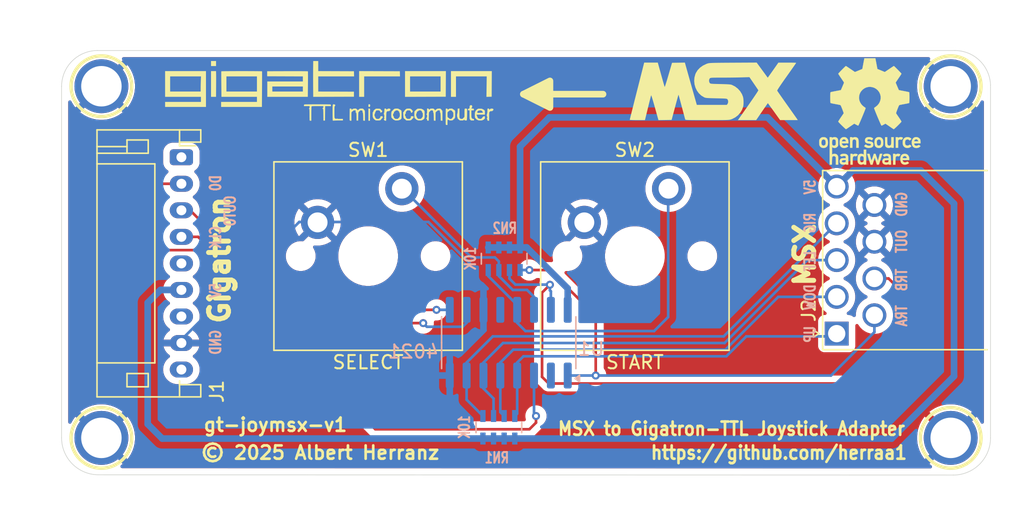
<source format=kicad_pcb>
(kicad_pcb (version 20241229) (generator "pcbnew") (generator_version "9.0")
  (title_block (title "gt-joymsx-v1") (date "2025-05-24") (rev "build1") (company "Albert Herranz"))
  (layers (0 "F.Cu" signal) (2 "B.Cu" signal) (13 "F.Paste" user) (15 "B.Paste" user) (5 "F.SilkS" user "F.Silkscreen") (7 "B.SilkS" user "B.Silkscreen") (1 "F.Mask" user) (3 "B.Mask" user) (25 "Edge.Cuts" user))
  (net 0 "")
  (net 1 "GND")
  (net 4 "SER_PULSE{slash}CLK")
  (net 5 "SER_LATCH{slash}OUT0")
  (net 7 "SER_DATA{slash}D0")
  (net 8 "+5V")
  (net 10 "RI")
  (net 11 "UP")
  (net 12 "TRGB")
  (net 13 "DO")
  (net 14 "LE")
  (net 15 "TRGA")
  (net 16 "SELECT")
  (net 17 "START")
  (footprint "PCM_Switch_Keyboard_Cherry_MX:SW_Cherry_MX_PCB_1.00u" (layer "F.Cu") (at 206.1 88.3)
    (property "Reference" "SW1" (at 0 -8 0) (layer "F.SilkS"))
    (property "Value" "SELECT" (at 0 8 0) (layer "F.SilkS"))
    (pad "" np_thru_hole circle (at -5.08 0) (size 1.75 1.75) (drill 1.75) (layers "*.Cu" "*.Mask"))
    (pad "" np_thru_hole circle (at 0 0) (size 4 4) (drill 4) (layers "*.Cu" "*.Mask"))
    (pad "" np_thru_hole circle (at 5.08 0) (size 1.75 1.75) (drill 1.75) (layers "*.Cu" "*.Mask"))
    (pad "1" thru_hole circle (at -3.81 -2.54) (size 2.5 2.5) (drill 1.5) (layers "*.Cu" "*.Mask") (net 1 "GND"))
    (pad "2" thru_hole circle (at 2.54 -5.08) (size 2.5 2.5) (drill 1.5) (layers "*.Cu" "*.Mask") (net 16 "SELECT"))
  )
  (footprint "PCM_Switch_Keyboard_Cherry_MX:SW_Cherry_MX_PCB_1.00u" (layer "F.Cu") (at 226.2 88.3)
    (property "Reference" "SW2" (at 0 -8 0) (layer "F.SilkS"))
    (property "Value" "START" (at 0 8 0) (layer "F.SilkS"))
    (pad "" np_thru_hole circle (at -5.08 0) (size 1.75 1.75) (drill 1.75) (layers "*.Cu" "*.Mask"))
    (pad "" np_thru_hole circle (at 0 0) (size 4 4) (drill 4) (layers "*.Cu" "*.Mask"))
    (pad "" np_thru_hole circle (at 5.08 0) (size 1.75 1.75) (drill 1.75) (layers "*.Cu" "*.Mask"))
    (pad "1" thru_hole circle (at -3.81 -2.54) (size 2.5 2.5) (drill 1.5) (layers "*.Cu" "*.Mask") (net 1 "GND"))
    (pad "2" thru_hole circle (at 2.54 -5.08) (size 2.5 2.5) (drill 1.5) (layers "*.Cu" "*.Mask") (net 17 "START"))
  )
  (footprint "My_Components:Hole_3mm" (layer "F.Cu") (at 250 75.5)
    (property "Reference" "HOLE3" (hide yes))
    (property "Value" "HOLE" (hide yes))
    (pad "1" thru_hole circle (at 0 0) (size 4.064 4.064) (drill 3.048) (layers "*.Cu" "*.Mask") (net 1 "GND"))
  )
  (footprint "My_Components:msx-logo" (layer "F.Cu") (at 232.1 75.9)
    (property "Reference" "G***" (hide yes))
    (property "Value" "LOGO" (hide yes))
  )
  (footprint "My_Components:Hole_3mm" (layer "F.Cu") (at 250 102)
    (property "Reference" "HOLE4" (hide yes))
    (property "Value" "HOLE" (hide yes))
    (pad "1" thru_hole circle (at 0 0) (size 4.064 4.064) (drill 3.048) (layers "*.Cu" "*.Mask") (net 1 "GND"))
  )
  (footprint "My_Components:gigatron-logo" (layer "F.Cu") (at 203.3 76.1)
    (property "Reference" "G***" (hide yes))
    (property "Value" "LOGO" (hide yes))
  )
  (footprint "My_Components:Sega-DE9_Male_Horizontal_P2.77x2.84mm_EdgePinOffset9.40mm" (layer "F.Cu") (at 241.41 94.143 90)
    (property "Reference" "J2" (at 1.743 -2.11 90) (layer "F.SilkS"))
    (property "Value" "MSX" (at 5.943 -2.41 90) (layer "F.SilkS") (effects (font (size 1.5 1.5) (thickness 0.375) (bold yes))))
    (pad "1" thru_hole rect (at 0 0 90) (size 1.8 1.8) (drill 1.3) (layers "*.Cu" "*.Mask") (net 11 "UP"))
    (pad "2" thru_hole circle (at 2.77 0 90) (size 1.8 1.8) (drill 1.3) (layers "*.Cu" "*.Mask") (net 13 "DO"))
    (pad "3" thru_hole circle (at 5.54 0 90) (size 1.8 1.8) (drill 1.3) (layers "*.Cu" "*.Mask") (net 14 "LE"))
    (pad "4" thru_hole circle (at 8.31 0 90) (size 1.8 1.8) (drill 1.3) (layers "*.Cu" "*.Mask") (net 10 "RI"))
    (pad "5" thru_hole circle (at 11.08 0 90) (size 1.8 1.8) (drill 1.3) (layers "*.Cu" "*.Mask") (net 8 "+5V"))
    (pad "6" thru_hole circle (at 1.385 2.84 90) (size 1.8 1.8) (drill 1.3) (layers "*.Cu" "*.Mask") (net 15 "TRGA"))
    (pad "7" thru_hole circle (at 4.155 2.84 90) (size 1.8 1.8) (drill 1.3) (layers "*.Cu" "*.Mask") (net 12 "TRGB"))
    (pad "8" thru_hole circle (at 6.925 2.84 90) (size 1.8 1.8) (drill 1.3) (layers "*.Cu" "*.Mask") (net 1 "GND"))
    (pad "9" thru_hole circle (at 9.695 2.84 90) (size 1.8 1.8) (drill 1.3) (layers "*.Cu" "*.Mask") (net 1 "GND"))
  )
  (footprint "Symbol:OSHW-Logo_7.5x8mm_SilkScreen" (layer "F.Cu") (at 243.9 77.4)
    (property "Reference" "SYM1" (hide yes))
    (property "Value" "Logo_Open_Hardware_Large" (hide yes))
  )
  (footprint "My_Components:Hole_3mm" (layer "F.Cu") (at 186 75.5)
    (property "Reference" "HOLE1" (hide yes))
    (property "Value" "HOLE" (hide yes))
    (pad "1" thru_hole circle (at 0 0) (size 4.064 4.064) (drill 3.048) (layers "*.Cu" "*.Mask") (net 1 "GND"))
  )
  (footprint "My_Components:Hole_3mm" (layer "F.Cu") (at 186 102)
    (property "Reference" "HOLE2" (hide yes))
    (property "Value" "HOLE" (hide yes))
    (pad "1" thru_hole circle (at 0 0) (size 4.064 4.064) (drill 3.048) (layers "*.Cu" "*.Mask") (net 1 "GND"))
  )
  (footprint "Connector_JST:JST_PH_S9B-PH-K_1x09_P2.00mm_Horizontal" (layer "F.Cu") (at 192.028 80.85 -90)
    (property "Reference" "J1" (at 17.65 -2.672 270) (layer "F.SilkS"))
    (property "Value" "Gigatron" (at 7.75 -2.872 270) (layer "F.SilkS") (effects (font (size 1.5 1.5) (thickness 0.375) (bold yes))))
    (pad "1" thru_hole roundrect (at 0 0 270) (size 1.2 1.75) (drill 0.75) (layers "*.Cu" "*.Mask") (roundrect_rratio 0.208333))
    (pad "2" thru_hole oval (at 2 0 270) (size 1.2 1.75) (drill 0.75) (layers "*.Cu" "*.Mask") (net 7 "SER_DATA{slash}D0"))
    (pad "3" thru_hole oval (at 4 0 270) (size 1.2 1.75) (drill 0.75) (layers "*.Cu" "*.Mask") (net 5 "SER_LATCH{slash}OUT0"))
    (pad "4" thru_hole oval (at 6 0 270) (size 1.2 1.75) (drill 0.75) (layers "*.Cu" "*.Mask") (net 4 "SER_PULSE{slash}CLK"))
    (pad "5" thru_hole oval (at 8 0 270) (size 1.2 1.75) (drill 0.75) (layers "*.Cu" "*.Mask"))
    (pad "6" thru_hole oval (at 10 0 270) (size 1.2 1.75) (drill 0.75) (layers "*.Cu" "*.Mask") (net 8 "+5V"))
    (pad "7" thru_hole oval (at 12 0 270) (size 1.2 1.75) (drill 0.75) (layers "*.Cu" "*.Mask"))
    (pad "8" thru_hole oval (at 14 0 270) (size 1.2 1.75) (drill 0.75) (layers "*.Cu" "*.Mask") (net 1 "GND"))
    (pad "9" thru_hole oval (at 16 0 270) (size 1.2 1.75) (drill 0.75) (layers "*.Cu" "*.Mask"))
  )
  (footprint "Package_SO:SOIC-16_3.9x9.9mm_P1.27mm" (layer "B.Cu") (at 216.695 94.825 90)
    (property "Reference" "U1" (at -0.475 6.205 0) (layer "B.SilkS") (effects (justify mirror)))
    (property "Value" "4021" (at -0.675 -7.195 0) (layer "B.SilkS") (effects (justify mirror)))
    (pad "1" smd roundrect (at -2.475 4.445 90) (size 1.95 0.6) (layers "B.Cu" "B.Mask" "B.Paste") (net 15 "TRGA"))
    (pad "2" smd roundrect (at -2.475 3.175 90) (size 1.95 0.6) (layers "B.Cu" "B.Mask" "B.Paste"))
    (pad "3" smd roundrect (at -2.475 1.905 90) (size 1.95 0.6) (layers "B.Cu" "B.Mask" "B.Paste") (net 7 "SER_DATA{slash}D0"))
    (pad "4" smd roundrect (at -2.475 0.635 90) (size 1.95 0.6) (layers "B.Cu" "B.Mask" "B.Paste") (net 11 "UP"))
    (pad "5" smd roundrect (at -2.475 -0.635 90) (size 1.95 0.6) (layers "B.Cu" "B.Mask" "B.Paste") (net 13 "DO"))
    (pad "6" smd roundrect (at -2.475 -1.905 90) (size 1.95 0.6) (layers "B.Cu" "B.Mask" "B.Paste") (net 14 "LE"))
    (pad "7" smd roundrect (at -2.475 -3.175 90) (size 1.95 0.6) (layers "B.Cu" "B.Mask" "B.Paste") (net 10 "RI"))
    (pad "8" smd roundrect (at -2.475 -4.445 90) (size 1.95 0.6) (layers "B.Cu" "B.Mask" "B.Paste") (net 1 "GND"))
    (pad "9" smd roundrect (at 2.475 -4.445 90) (size 1.95 0.6) (layers "B.Cu" "B.Mask" "B.Paste") (net 5 "SER_LATCH{slash}OUT0"))
    (pad "10" smd roundrect (at 2.475 -3.175 90) (size 1.95 0.6) (layers "B.Cu" "B.Mask" "B.Paste") (net 4 "SER_PULSE{slash}CLK"))
    (pad "11" smd roundrect (at 2.475 -1.905 90) (size 1.95 0.6) (layers "B.Cu" "B.Mask" "B.Paste") (net 1 "GND"))
    (pad "12" smd roundrect (at 2.475 -0.635 90) (size 1.95 0.6) (layers "B.Cu" "B.Mask" "B.Paste"))
    (pad "13" smd roundrect (at 2.475 0.635 90) (size 1.95 0.6) (layers "B.Cu" "B.Mask" "B.Paste") (net 17 "START"))
    (pad "14" smd roundrect (at 2.475 1.905 90) (size 1.95 0.6) (layers "B.Cu" "B.Mask" "B.Paste") (net 16 "SELECT"))
    (pad "15" smd roundrect (at 2.475 3.175 90) (size 1.95 0.6) (layers "B.Cu" "B.Mask" "B.Paste") (net 12 "TRGB"))
    (pad "16" smd roundrect (at 2.475 4.445 90) (size 1.95 0.6) (layers "B.Cu" "B.Mask" "B.Paste") (net 8 "+5V"))
  )
  (footprint "Resistor_SMD:R_Array_Concave_4x0603" (layer "B.Cu") (at 216.35 88.5 -90)
    (property "Reference" "RN2" (at -2.3 -0.05 0) (layer "B.SilkS") (effects (font (size 0.8 0.6)) (justify mirror)))
    (property "Value" "10K" (at 0 2.55 90) (layer "B.SilkS") (effects (font (size 0.8 0.6)) (justify mirror)))
    (pad "1" smd rect (at -0.85 1.2 270) (size 0.9 0.4) (layers "B.Cu" "B.Mask" "B.Paste") (net 8 "+5V"))
    (pad "2" smd rect (at -0.85 0.4 270) (size 0.9 0.4) (layers "B.Cu" "B.Mask" "B.Paste") (net 8 "+5V"))
    (pad "3" smd rect (at -0.85 -0.4 270) (size 0.9 0.4) (layers "B.Cu" "B.Mask" "B.Paste") (net 8 "+5V"))
    (pad "4" smd rect (at -0.85 -1.2 270) (size 0.9 0.4) (layers "B.Cu" "B.Mask" "B.Paste") (net 8 "+5V"))
    (pad "5" smd rect (at 0.85 -1.2 270) (size 0.9 0.4) (layers "B.Cu" "B.Mask" "B.Paste") (net 15 "TRGA"))
    (pad "6" smd rect (at 0.85 -0.4 270) (size 0.9 0.4) (layers "B.Cu" "B.Mask" "B.Paste") (net 12 "TRGB"))
    (pad "7" smd rect (at 0.85 0.4 270) (size 0.9 0.4) (layers "B.Cu" "B.Mask" "B.Paste") (net 16 "SELECT"))
    (pad "8" smd rect (at 0.85 1.2 270) (size 0.9 0.4) (layers "B.Cu" "B.Mask" "B.Paste") (net 17 "START"))
  )
  (footprint "Resistor_SMD:R_Array_Concave_4x0603" (layer "B.Cu") (at 215.95 101.2 90)
    (property "Reference" "RN1" (at -2.3 -0.15 0) (layer "B.SilkS") (effects (font (size 0.8 0.6)) (justify mirror)))
    (property "Value" "10K" (at 0 -2.6 90) (layer "B.SilkS") (effects (font (size 0.8 0.6)) (justify mirror)))
    (pad "1" smd rect (at -0.85 1.2 90) (size 0.9 0.4) (layers "B.Cu" "B.Mask" "B.Paste") (net 8 "+5V"))
    (pad "2" smd rect (at -0.85 0.4 90) (size 0.9 0.4) (layers "B.Cu" "B.Mask" "B.Paste") (net 8 "+5V"))
    (pad "3" smd rect (at -0.85 -0.4 90) (size 0.9 0.4) (layers "B.Cu" "B.Mask" "B.Paste") (net 8 "+5V"))
    (pad "4" smd rect (at -0.85 -1.2 90) (size 0.9 0.4) (layers "B.Cu" "B.Mask" "B.Paste") (net 8 "+5V"))
    (pad "5" smd rect (at 0.85 -1.2 90) (size 0.9 0.4) (layers "B.Cu" "B.Mask" "B.Paste") (net 10 "RI"))
    (pad "6" smd rect (at 0.85 -0.4 90) (size 0.9 0.4) (layers "B.Cu" "B.Mask" "B.Paste") (net 14 "LE"))
    (pad "7" smd rect (at 0.85 0.4 90) (size 0.9 0.4) (layers "B.Cu" "B.Mask" "B.Paste") (net 13 "DO"))
    (pad "8" smd rect (at 0.85 1.2 90) (size 0.9 0.4) (layers "B.Cu" "B.Mask" "B.Paste") (net 11 "UP"))
  )
  (gr_poly (pts (xy 217.8 76.1) (xy 219.8 75.1) (xy 219.8 77.1)) (stroke (width 0.5)) (fill yes) (layer "F.SilkS"))
  (gr_line (start 223.8 76.1) (end 217.8 76.1) (stroke (width 0.5)) (layer "F.SilkS"))
  (gr_line (start 250.2 104.8) (end 185.785172 104.779894) (stroke (width 0.05)) (layer "Edge.Cuts"))
  (gr_line (start 185.7092 72.809188) (end 250.310756 72.809275) (stroke (width 0.05)) (layer "Edge.Cuts"))
  (gr_arc (start 183.000012 75.509204) (mid 183.796755 73.59945) (end 185.7092 72.809188) (stroke (width 0.05)) (layer "Edge.Cuts"))
  (gr_arc (start 185.779899 104.779899) (mid 183.814214 103.965685) (end 183 102) (stroke (width 0.05)) (layer "Edge.Cuts"))
  (gr_line (start 183 102) (end 183 75.5) (stroke (width 0.05)) (layer "Edge.Cuts"))
  (gr_line (start 253 75.410353) (end 253 102) (stroke (width 0.05)) (layer "Edge.Cuts"))
  (gr_arc (start 250.310756 72.809897) (mid 252.18122 73.566329) (end 253 75.410353) (stroke (width 0.05)) (layer "Edge.Cuts"))
  (gr_arc (start 253 102) (mid 252.179899 103.979899) (end 250.2 104.8) (stroke (width 0.05)) (layer "Edge.Cuts"))
  (gr_text "${TITLE}" (at 193.6 101.6 0) (layer "F.SilkS") (effects (font (size 1 1) (thickness 0.2)) (justify left bottom)))
  (gr_text "MSX to Gigatron-TTL Joystick Adapter" (at 220.3 101.9 0) (layer "F.SilkS") (effects (font (size 1 0.9) (thickness 0.2) (bold yes)) (justify left bottom)))
  (gr_text "© 2025 Albert Herranz" (at 193.4 103.7 0) (layer "F.SilkS") (effects (font (size 1 1) (thickness 0.2)) (justify left bottom)))
  (gr_text "https://github.com/herraa1" (at 227.3 103.7 0) (layer "F.SilkS") (effects (font (size 1 0.9) (thickness 0.2) (bold yes)) (justify left bottom)))
  (gr_text "UP" (at 239.4 94.2 90) (layer "B.SilkS") (effects (font (size 0.8 0.6) (thickness 0.15) (bold yes)) (justify mirror)))
  (gr_text "TRB" (at 246.3 90.1 90) (layer "B.SilkS") (effects (font (size 0.8 0.6) (thickness 0.15) (bold yes)) (justify mirror)))
  (gr_text "RIG" (at 239.4 85.8 90) (layer "B.SilkS") (effects (font (size 0.8 0.6) (thickness 0.15) (bold yes)) (justify mirror)))
  (gr_text "TRA" (at 246.3 92.8 90) (layer "B.SilkS") (effects (font (size 0.8 0.6) (thickness 0.15) (bold yes)) (justify mirror)))
  (gr_text "D0" (at 194.6 82.8 90) (layer "B.SilkS") (effects (font (size 0.8 0.6) (thickness 0.15) (bold yes)) (justify mirror)))
  (gr_text "GND" (at 246.3 84.4 -270) (layer "B.SilkS") (effects (font (size 0.8 0.6) (thickness 0.15) (bold yes)) (justify mirror)))
  (gr_text "DOW" (at 239.4 91.4 90) (layer "B.SilkS") (effects (font (size 0.8 0.6) (thickness 0.15) (bold yes)) (justify mirror)))
  (gr_text "OUT0" (at 195.7 84.9 90) (layer "B.SilkS") (effects (font (size 0.8 0.6) (thickness 0.15) (bold yes)) (justify mirror)))
  (gr_text "5V" (at 194.6 90.9 90) (layer "B.SilkS") (effects (font (size 0.8 0.6) (thickness 0.15) (bold yes)) (justify mirror)))
  (gr_text "OUT" (at 246.3 87.2 90) (layer "B.SilkS") (effects (font (size 0.8 0.6) (thickness 0.15) (bold yes)) (justify mirror)))
  (gr_text "LEF" (at 239.4 88.7 90) (layer "B.SilkS") (effects (font (size 0.8 0.6) (thickness 0.15) (bold yes)) (justify mirror)))
  (gr_text "CLK" (at 194.6 86.9 90) (layer "B.SilkS") (effects (font (size 0.8 0.6) (thickness 0.15) (bold yes)) (justify mirror)))
  (gr_text "5V" (at 239.4 83.1 90) (layer "B.SilkS") (effects (font (size 0.8 0.6) (thickness 0.15) (bold yes)) (justify mirror)))
  (gr_text "GND" (at 194.6 94.8 -270) (layer "B.SilkS") (effects (font (size 0.8 0.6) (thickness 0.15) (bold yes)) (justify mirror)))
  (segment (start 214.79 90.89) (end 214.79 92.35) (width 0.2) (layer "B.Cu") (net 1))
  (segment (start 192.028 94.85) (end 192.028 94.608) (width 0.2) (layer "B.Cu") (net 1))
  (segment (start 213.959 90.059) (end 214.79 90.89) (width 0.2) (layer "B.Cu") (net 1))
  (segment (start 200.906 85.73) (end 202.32 85.73) (width 0.2) (layer "B.Cu") (net 1))
  (segment (start 213.75 88.8371) (end 213.75 89.35) (width 0.2) (layer "B.Cu") (net 1))
  (segment (start 202.32 85.73) (end 210.6429 85.73) (width 0.2) (layer "B.Cu") (net 1))
  (segment (start 192.028 94.608) (end 200.906 85.73) (width 0.2) (layer "B.Cu") (net 1))
  (segment (start 213.959 89.559) (end 213.959 90.059) (width 0.2) (layer "B.Cu") (net 1))
  (segment (start 213.75 89.35) (end 213.959 89.559) (width 0.2) (layer "B.Cu") (net 1))
  (segment (start 210.6429 85.73) (end 213.75 88.8371) (width 0.2) (layer "B.Cu") (net 1))
  (segment (start 192.028 86.85) (end 193.289787 86.85) (width 0.2) (layer "F.Cu") (net 4))
  (segment (start 193.289787 86.85) (end 199.789787 93.35) (width 0.2) (layer "F.Cu") (net 4))
  (segment (start 199.789787 93.35) (end 210.25 93.35) (width 0.2) (layer "F.Cu") (net 4))
  (via (at 210.25 93.35) (size 0.6) (drill 0.3) (layers "F.Cu" "B.Cu") (net 4))
  (segment (start 213.52 93.324999) (end 213.52 92.35) (width 0.2) (layer "B.Cu") (net 4))
  (segment (start 210.526 93.626) (end 213.218999 93.626) (width 0.2) (layer "B.Cu") (net 4))
  (segment (start 213.218999 93.626) (end 213.52 93.324999) (width 0.2) (layer "B.Cu") (net 4))
  (segment (start 210.25 93.35) (end 210.526 93.626) (width 0.2) (layer "B.Cu") (net 4))
  (segment (start 200.184 92.35) (end 211.25 92.35) (width 0.2) (layer "F.Cu") (net 5))
  (segment (start 192.684 84.85) (end 200.184 92.35) (width 0.2) (layer "F.Cu") (net 5))
  (segment (start 192.028 84.85) (end 192.684 84.85) (width 0.2) (layer "F.Cu") (net 5))
  (via (at 211.25 92.35) (size 0.6) (drill 0.3) (layers "F.Cu" "B.Cu") (net 5))
  (segment (start 211.25 92.35) (end 212.25 92.35) (width 0.2) (layer "B.Cu") (net 5))
  (segment (start 193.144 87.85) (end 190.604 87.85) (width 0.2) (layer "F.Cu") (net 7))
  (segment (start 218.25 101.35) (end 218.75 100.85) (width 0.2) (layer "F.Cu") (net 7))
  (segment (start 190.604 87.85) (end 189.742 86.988) (width 0.2) (layer "F.Cu") (net 7))
  (segment (start 193.144 87.85) (end 206.644 101.35) (width 0.2) (layer "F.Cu") (net 7))
  (segment (start 189.742 83.612) (end 189.742 86.988) (width 0.2) (layer "F.Cu") (net 7))
  (segment (start 206.644 101.35) (end 218.25 101.35) (width 0.2) (layer "F.Cu") (net 7))
  (segment (start 192.028 82.85) (end 190.504 82.85) (width 0.2) (layer "F.Cu") (net 7))
  (segment (start 218.75 100.85) (end 218.75 100.35) (width 0.2) (layer "F.Cu") (net 7))
  (segment (start 190.504 82.85) (end 189.742 83.612) (width 0.2) (layer "F.Cu") (net 7))
  (via (at 218.75 100.35) (size 0.6) (drill 0.3) (layers "F.Cu" "B.Cu") (net 7))
  (segment (start 218.6 97.3) (end 218.6 100.2) (width 0.2) (layer "B.Cu") (net 7))
  (segment (start 218.6 100.2) (end 218.75 100.35) (width 0.2) (layer "B.Cu") (net 7))
  (segment (start 250.25 97.35) (end 250.25 84.35) (width 0.5) (layer "B.Cu") (net 8))
  (segment (start 215.55 102.05) (end 216.35 102.05) (width 0.5) (layer "B.Cu") (net 8))
  (segment (start 217.55 87.65) (end 216.75 87.65) (width 0.5) (layer "B.Cu") (net 8))
  (segment (start 221.14 92.35) (end 221.14 90.74) (width 0.5) (layer "B.Cu") (net 8))
  (segment (start 242.623 81.85) (end 241.41 83.063) (width 0.5) (layer "B.Cu") (net 8))
  (segment (start 189.488 100.958) (end 190.58 102.05) (width 0.5) (layer "B.Cu") (net 8))
  (segment (start 214.75 102.05) (end 215.55 102.05) (width 0.5) (layer "B.Cu") (net 8))
  (segment (start 245.55 102.05) (end 250.25 97.35) (width 0.5) (layer "B.Cu") (net 8))
  (segment (start 189.488 91.814) (end 189.488 100.958) (width 0.5) (layer "B.Cu") (net 8))
  (segment (start 236.197 77.85) (end 219.75 77.85) (width 0.5) (layer "B.Cu") (net 8))
  (segment (start 221.14 90.74) (end 218.05 87.65) (width 0.5) (layer "B.Cu") (net 8))
  (segment (start 250.25 84.35) (end 247.75 81.85) (width 0.5) (layer "B.Cu") (net 8))
  (segment (start 190.58 102.05) (end 214.75 102.05) (width 0.5) (layer "B.Cu") (net 8))
  (segment (start 190.452 90.85) (end 189.488 91.814) (width 0.5) (layer "B.Cu") (net 8))
  (segment (start 217.15 102.05) (end 245.55 102.05) (width 0.5) (layer "B.Cu") (net 8))
  (segment (start 219.75 77.85) (end 217.55 80.05) (width 0.5) (layer "B.Cu") (net 8))
  (segment (start 192.028 90.85) (end 190.452 90.85) (width 0.5) (layer "B.Cu") (net 8))
  (segment (start 217.55 80.05) (end 217.55 87.65) (width 0.5) (layer "B.Cu") (net 8))
  (segment (start 241.41 83.063) (end 236.197 77.85) (width 0.5) (layer "B.Cu") (net 8))
  (segment (start 216.35 102.05) (end 217.15 102.05) (width 0.5) (layer "B.Cu") (net 8))
  (segment (start 247.75 81.85) (end 242.623 81.85) (width 0.5) (layer "B.Cu") (net 8))
  (segment (start 216.75 87.65) (end 215.95 87.65) (width 0.5) (layer "B.Cu") (net 8))
  (segment (start 215.95 87.65) (end 215.15 87.65) (width 0.5) (layer "B.Cu") (net 8))
  (segment (start 218.05 87.65) (end 217.55 87.65) (width 0.5) (layer "B.Cu") (net 8))
  (segment (start 213.52 96.325001) (end 213.52 97.3) (width 0.2) (layer "B.Cu") (net 10))
  (segment (start 215.495001 94.35) (end 213.52 96.325001) (width 0.2) (layer "B.Cu") (net 10))
  (segment (start 213.52 97.3) (end 213.52 99.12) (width 0.2) (layer "B.Cu") (net 10))
  (segment (start 232.893 94.35) (end 215.495001 94.35) (width 0.2) (layer "B.Cu") (net 10))
  (segment (start 241.41 85.833) (end 232.893 94.35) (width 0.2) (layer "B.Cu") (net 10))
  (segment (start 213.52 99.12) (end 214.75 100.35) (width 0.2) (layer "B.Cu") (net 10))
  (segment (start 217.33 96.325001) (end 217.33 97.3) (width 0.2) (layer "B.Cu") (net 11))
  (segment (start 217.33 100.17) (end 217.15 100.35) (width 0.2) (layer "B.Cu") (net 11))
  (segment (start 217.33 97.3) (end 217.33 100.17) (width 0.2) (layer "B.Cu") (net 11))
  (segment (start 241.41 94.143) (end 241.203 94.35) (width 0.2) (layer "B.Cu") (net 11))
  (segment (start 217.805001 95.85) (end 217.33 96.325001) (width 0.2) (layer "B.Cu") (net 11))
  (segment (start 241.203 94.35) (end 234.5943 94.35) (width 0.2) (layer "B.Cu") (net 11))
  (segment (start 234.5943 94.35) (end 233.0943 95.85) (width 0.2) (layer "B.Cu") (net 11))
  (segment (start 233.0943 95.85) (end 217.805001 95.85) (width 0.2) (layer "B.Cu") (net 11))
  (segment (start 219.798669 90.459331) (end 219.206 91.052) (width 0.2) (layer "F.Cu") (net 12))
  (segment (start 245.32 89.988) (end 244.25 89.988) (width 0.2) (layer "F.Cu") (net 12))
  (segment (start 242.583 97.901) (end 246.13 94.354) (width 0.2) (layer "F.Cu") (net 12))
  (segment (start 219.206 91.052) (end 219.206 97.402) (width 0.2) (layer "F.Cu") (net 12))
  (segment (start 219.206 97.402) (end 219.705 97.901) (width 0.2) (layer "F.Cu") (net 12))
  (segment (start 219.705 97.901) (end 242.583 97.901) (width 0.2) (layer "F.Cu") (net 12))
  (segment (start 246.13 94.354) (end 246.13 90.798) (width 0.2) (layer "F.Cu") (net 12))
  (segment (start 246.13 90.798) (end 245.32 89.988) (width 0.2) (layer "F.Cu") (net 12))
  (via (at 219.798669 90.459331) (size 0.6) (drill 0.3) (layers "F.Cu" "B.Cu") (net 12))
  (segment (start 216.75 89.35) (end 216.75 90) (width 0.2) (layer "B.Cu") (net 12))
  (segment (start 219.798669 90.459331) (end 219.798669 90.882669) (width 0.2) (layer "B.Cu") (net 12))
  (segment (start 217.199 90.449) (end 219.788338 90.449) (width 0.2) (layer "B.Cu") (net 12))
  (segment (start 219.788338 90.449) (end 219.798669 90.459331) (width 0.2) (layer "B.Cu") (net 12))
  (segment (start 219.87 90.954) (end 219.87 92.35) (width 0.2) (layer "B.Cu") (net 12))
  (segment (start 216.75 90) (end 217.199 90.449) (width 0.2) (layer "B.Cu") (net 12))
  (segment (start 219.798669 90.882669) (end 219.87 90.954) (width 0.2) (layer "B.Cu") (net 12))
  (segment (start 237.0042 91.373) (end 233.0272 95.35) (width 0.2) (layer "B.Cu") (net 13))
  (segment (start 216.06 100.06) (end 216.35 100.35) (width 0.2) (layer "B.Cu") (net 13))
  (segment (start 233.0272 95.35) (end 217.035001 95.35) (width 0.2) (layer "B.Cu") (net 13))
  (segment (start 216.06 96.325001) (end 216.06 97.3) (width 0.2) (layer "B.Cu") (net 13))
  (segment (start 217.035001 95.35) (end 216.06 96.325001) (width 0.2) (layer "B.Cu") (net 13))
  (segment (start 241.41 91.373) (end 237.0042 91.373) (width 0.2) (layer "B.Cu") (net 13))
  (segment (start 216.06 97.3) (end 216.06 100.06) (width 0.2) (layer "B.Cu") (net 13))
  (segment (start 239.2071 88.603) (end 232.9601 94.85) (width 0.2) (layer "B.Cu") (net 14))
  (segment (start 216.265001 94.85) (end 214.79 96.325001) (width 0.2) (layer "B.Cu") (net 14))
  (segment (start 232.9601 94.85) (end 216.265001 94.85) (width 0.2) (layer "B.Cu") (net 14))
  (segment (start 214.79 97.3) (end 214.79 98.274999) (width 0.2) (layer "B.Cu") (net 14))
  (segment (start 241.41 88.603) (end 239.2071 88.603) (width 0.2) (layer "B.Cu") (net 14))
  (segment (start 214.79 96.325001) (end 214.79 97.3) (width 0.2) (layer "B.Cu") (net 14))
  (segment (start 215.55 99.034999) (end 215.55 100.35) (width 0.2) (layer "B.Cu") (net 14))
  (segment (start 214.79 98.274999) (end 215.55 99.034999) (width 0.2) (layer "B.Cu") (net 14))
  (segment (start 223.25 97.3) (end 223.25 92.81) (width 0.2) (layer "F.Cu") (net 15))
  (segment (start 223.25 92.81) (end 219.79 89.35) (width 0.2) (layer "F.Cu") (net 15))
  (segment (start 219.79 89.35) (end 218.25 89.35) (width 0.2) (layer "F.Cu") (net 15))
  (via (at 223.25 97.3) (size 0.6) (drill 0.3) (layers "F.Cu" "B.Cu") (net 15))
  (via (at 218.25 89.35) (size 0.6) (drill 0.3) (layers "F.Cu" "B.Cu") (net 15))
  (segment (start 240.980792 97.3) (end 223.25 97.3) (width 0.2) (layer "B.Cu") (net 15))
  (segment (start 217.55 89.35) (end 218.25 89.35) (width 0.2) (layer "B.Cu") (net 15))
  (segment (start 244.25 92.758) (end 244.25 94.030792) (width 0.2) (layer "B.Cu") (net 15))
  (segment (start 244.25 94.030792) (end 240.980792 97.3) (width 0.2) (layer "B.Cu") (net 15))
  (segment (start 223.25 97.3) (end 221.14 97.3) (width 0.2) (layer "B.Cu") (net 15))
  (segment (start 213.881 88.401) (end 215.651 88.401) (width 0.2) (layer "B.Cu") (net 16))
  (segment (start 208.67 83.19) (end 213.881 88.401) (width 0.2) (layer "B.Cu") (net 16))
  (segment (start 218.074999 90.85) (end 216.998 90.85) (width 0.2) (layer "B.Cu") (net 16))
  (segment (start 218.6 92.35) (end 218.6 91.375001) (width 0.2) (layer "B.Cu") (net 16))
  (segment (start 215.95 89.802) (end 215.95 89.35) (width 0.2) (layer "B.Cu") (net 16))
  (segment (start 218.6 91.375001) (end 218.074999 90.85) (width 0.2) (layer "B.Cu") (net 16))
  (segment (start 215.95 88.7) (end 215.95 89.35) (width 0.2) (layer "B.Cu") (net 16))
  (segment (start 215.651 88.401) (end 215.95 88.7) (width 0.2) (layer "B.Cu") (net 16))
  (segment (start 216.998 90.85) (end 215.95 89.802) (width 0.2) (layer "B.Cu") (net 16))
  (segment (start 215.15 89.802) (end 215.15 89.35) (width 0.2) (layer "B.Cu") (net 17))
  (segment (start 227.651 93.949) (end 217.954001 93.949) (width 0.2) (layer "B.Cu") (net 17))
  (segment (start 217.33 93.324999) (end 217.33 92.35) (width 0.2) (layer "B.Cu") (net 17))
  (segment (start 228.71 83.27) (end 228.71 92.89) (width 0.2) (layer "B.Cu") (net 17))
  (segment (start 217.33 92.35) (end 217.33 91.982) (width 0.2) (layer "B.Cu") (net 17))
  (segment (start 228.71 92.89) (end 227.651 93.949) (width 0.2) (layer "B.Cu") (net 17))
  (segment (start 217.954001 93.949) (end 217.33 93.324999) (width 0.2) (layer "B.Cu") (net 17))
  (segment (start 217.33 91.982) (end 215.15 89.802) (width 0.2) (layer "B.Cu") (net 17))
  (zone (net 1) (net_name "GND") (layer "F.Cu") (priority 1) (connect_pads (clearance 0.5)) (min_thickness 0.25) (fill yes (thermal_gap 0.5) (thermal_bridge_width 0.5))
    (polygon (pts (xy 183 72.8) (xy 253 72.8) (xy 253 104.8) (xy 183 104.8)))
  )
  (zone (net 1) (net_name "GND") (layer "B.Cu") (connect_pads (clearance 0.5)) (min_thickness 0.25) (fill yes (thermal_gap 0.5) (thermal_bridge_width 0.5))
    (polygon (pts (xy 253 72.8) (xy 183 72.8) (xy 183 104.8) (xy 253 104.8)))
  )
)
</source>
